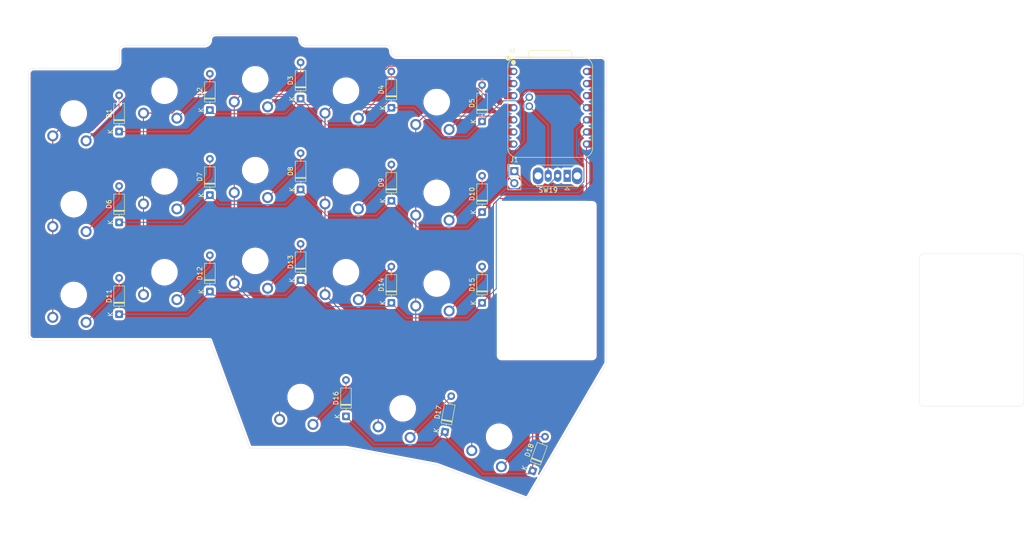
<source format=kicad_pcb>
(kicad_pcb (version 20241229) (generator "pcbnew") (generator_version "9.0")
  (layers (0 "F.Cu" signal) (2 "B.Cu" signal) (13 "F.Paste" user) (15 "B.Paste" user) (5 "F.SilkS" user "F.Silkscreen") (7 "B.SilkS" user "B.Silkscreen") (1 "F.Mask" user) (3 "B.Mask" user) (25 "Edge.Cuts" user))
  (net 0 "")
  (net 1 "Net-(D1-A)")
  (net 2 "Row 0")
  (net 3 "Net-(D2-A)")
  (net 4 "Net-(D3-A)")
  (net 5 "Net-(D4-A)")
  (net 6 "Net-(D5-A)")
  (net 7 "Net-(D6-A)")
  (net 8 "Row 1")
  (net 9 "Net-(D7-A)")
  (net 10 "Net-(D8-A)")
  (net 11 "Net-(D9-A)")
  (net 12 "Net-(D10-A)")
  (net 13 "Row 2")
  (net 14 "Net-(D11-A)")
  (net 15 "Net-(D12-A)")
  (net 16 "Net-(D13-A)")
  (net 17 "Net-(D14-A)")
  (net 18 "Net-(D15-A)")
  (net 19 "Row 3")
  (net 20 "Net-(D16-A)")
  (net 21 "Net-(D17-A)")
  (net 22 "Net-(D18-A)")
  (net 23 "GND")
  (net 24 "+5V")
  (net 25 "Net-(J1-Pin_1)")
  (net 26 "B-")
  (net 27 "Column 0")
  (net 28 "Column 1")
  (net 29 "Column 2")
  (net 30 "Column 3")
  (net 31 "Column 4")
  (net 33 "B+")
  (net 34 "+3V3")
  (footprint "Diode_THT:D_DO-35_SOD27_P7.62mm_Horizontal" (layer "F.Cu") (at 123.4625 92.216875 90)
    (property "Reference" "D14" (at 3.81 -2.119999 90) (layer "F.SilkS"))
    (property "Value" "1N4148")
    (fp_text user "K" (at -0.000002 -1.800001 90) (layer "F.SilkS"))
    (pad "1" thru_hole roundrect (at 0 0 90) (size 1.6 1.6) (drill 0.8) (layers "*.Cu" "*.Mask") (roundrect_rratio 0.15625) (net 13 "Row 2"))
    (pad "2" thru_hole circle (at 7.62 0 90) (size 1.6 1.6) (drill 0.8) (layers "*.Cu" "*.Mask") (net 17 "Net-(D14-A)"))
  )
  (footprint "KS33 Solderable:Gateron-KS33-Solderable-1U" (layer "F.Cu") (at 75.8375 47.6875)
    (property "Reference" "SW2")
    (property "Value" "SW_Push_45deg")
    (pad "" np_thru_hole circle (at 0 0 180) (size 5.1 5.1) (drill 5.1) (layers "*.Cu" "*.Mask"))
    (pad "1" thru_hole circle (at -4.4 4.7 180) (size 2.3 2.3) (drill 1.45) (layers "*.Cu" "B.Mask") (net 28 "Column 1"))
    (pad "2" thru_hole circle (at 2.6 5.75 180) (size 2.3 2.3) (drill 1.45) (layers "*.Cu" "B.Mask") (net 3 "Net-(D2-A)"))
  )
  (footprint "Diode_THT:D_DO-35_SOD27_P7.62mm_Horizontal" (layer "F.Cu") (at 66.3125 56.26 90)
    (property "Reference" "D1" (at 3.81 -2.119999 90) (layer "F.SilkS"))
    (property "Value" "1N4148")
    (fp_text user "K" (at -0.000002 -1.800001 90) (layer "F.SilkS"))
    (pad "1" thru_hole roundrect (at 0 0 90) (size 1.6 1.6) (drill 0.8) (layers "*.Cu" "*.Mask") (roundrect_rratio 0.15625) (net 2 "Row 0"))
    (pad "2" thru_hole circle (at 7.62 0 90) (size 1.6 1.6) (drill 0.8) (layers "*.Cu" "*.Mask") (net 1 "Net-(D1-A)"))
  )
  (footprint "KS33 Solderable:Gateron-KS33-Solderable-1U" (layer "F.Cu") (at 94.8875 83.40625)
    (property "Reference" "SW13")
    (property "Value" "SW_Push_45deg")
    (pad "" np_thru_hole circle (at 0 0 180) (size 5.1 5.1) (drill 5.1) (layers "*.Cu" "*.Mask"))
    (pad "1" thru_hole circle (at -4.4 4.7 180) (size 2.3 2.3) (drill 1.45) (layers "*.Cu" "B.Mask") (net 29 "Column 2"))
    (pad "2" thru_hole circle (at 2.6 5.75 180) (size 2.3 2.3) (drill 1.45) (layers "*.Cu" "B.Mask") (net 16 "Net-(D13-A)"))
  )
  (footprint "KS33 Solderable:Gateron-KS33-Solderable-1U" (layer "F.Cu") (at 125.84375 114.3625 -10)
    (property "Reference" "SW17")
    (property "Value" "SW_Push_45deg")
    (pad "" np_thru_hole circle (at 0 0 170) (size 5.1 5.1) (drill 5.1) (layers "*.Cu" "*.Mask"))
    (pad "1" thru_hole circle (at -4.400002 4.7 170) (size 2.3 2.3) (drill 1.45) (layers "*.Cu" "B.Mask") (net 30 "Column 3"))
    (pad "2" thru_hole circle (at 2.6 5.75 170) (size 2.3 2.3) (drill 1.45) (layers "*.Cu" "B.Mask") (net 21 "Net-(D17-A)"))
  )
  (footprint "KS33 Solderable:Gateron-KS33-Solderable-1U" (layer "F.Cu") (at 94.8875 45.30625)
    (property "Reference" "SW3")
    (property "Value" "SW_Push_45deg")
    (pad "" np_thru_hole circle (at 0 0 180) (size 5.1 5.1) (drill 5.1) (layers "*.Cu" "*.Mask"))
    (pad "1" thru_hole circle (at -4.4 4.7 180) (size 2.3 2.3) (drill 1.45) (layers "*.Cu" "B.Mask") (net 29 "Column 2"))
    (pad "2" thru_hole circle (at 2.6 5.75 180) (size 2.3 2.3) (drill 1.45) (layers "*.Cu" "B.Mask") (net 4 "Net-(D3-A)"))
  )
  (footprint "Diode_THT:D_DO-35_SOD27_P7.62mm_Horizontal" (layer "F.Cu") (at 85.3625 51.735625 90)
    (property "Reference" "D2" (at 3.81 -2.119999 90) (layer "F.SilkS"))
    (property "Value" "1N4148")
    (fp_text user "K" (at -0.000002 -1.800001 90) (layer "F.SilkS"))
    (pad "1" thru_hole roundrect (at 0 0 90) (size 1.6 1.6) (drill 0.8) (layers "*.Cu" "*.Mask") (roundrect_rratio 0.15625) (net 2 "Row 0"))
    (pad "2" thru_hole circle (at 7.62 0 90) (size 1.6 1.6) (drill 0.8) (layers "*.Cu" "*.Mask") (net 3 "Net-(D2-A)"))
  )
  (footprint "Diode_THT:D_DO-35_SOD27_P7.62mm_Horizontal" (layer "F.Cu") (at 85.3625 89.835625 90)
    (property "Reference" "D12" (at 3.81 -2.119999 90) (layer "F.SilkS"))
    (property "Value" "1N4148")
    (fp_text user "K" (at -0.000002 -1.800001 90) (layer "F.SilkS"))
    (pad "1" thru_hole roundrect (at 0 0 90) (size 1.6 1.6) (drill 0.8) (layers "*.Cu" "*.Mask") (roundrect_rratio 0.15625) (net 13 "Row 2"))
    (pad "2" thru_hole circle (at 7.62 0 90) (size 1.6 1.6) (drill 0.8) (layers "*.Cu" "*.Mask") (net 15 "Net-(D12-A)"))
  )
  (footprint "KS33 Solderable:Gateron-KS33-Solderable-1U" (layer "F.Cu") (at 132.9875 69.11875)
    (property "Reference" "SW10")
    (property "Value" "SW_Push_45deg")
    (pad "" np_thru_hole circle (at 0 0 180) (size 5.1 5.1) (drill 5.1) (layers "*.Cu" "*.Mask"))
    (pad "1" thru_hole circle (at -4.4 4.7 180) (size 2.3 2.3) (drill 1.45) (layers "*.Cu" "B.Mask") (net 31 "Column 4"))
    (pad "2" thru_hole circle (at 2.6 5.75 180) (size 2.3 2.3) (drill 1.45) (layers "*.Cu" "B.Mask") (net 12 "Net-(D10-A)"))
  )
  (footprint "Diode_THT:D_DO-35_SOD27_P7.62mm_Horizontal" (layer "F.Cu") (at 113.9375 116.029375 90)
    (property "Reference" "D16" (at 3.81 -2.119999 90) (layer "F.SilkS"))
    (property "Value" "1N4148")
    (fp_text user "K" (at -0.000002 -1.800001 90) (layer "F.SilkS"))
    (pad "1" thru_hole roundrect (at 0 0 90) (size 1.6 1.6) (drill 0.8) (layers "*.Cu" "*.Mask") (roundrect_rratio 0.15625) (net 19 "Row 3"))
    (pad "2" thru_hole circle (at 7.62 0 90) (size 1.6 1.6) (drill 0.8) (layers "*.Cu" "*.Mask") (net 20 "Net-(D16-A)"))
  )
  (footprint "KS33 Solderable:Gateron-KS33-Solderable-1U" (layer "F.Cu") (at 132.9875 88.16875)
    (property "Reference" "SW15")
    (property "Value" "SW_Push_45deg")
    (pad "" np_thru_hole circle (at 0 0 180) (size 5.1 5.1) (drill 5.1) (layers "*.Cu" "*.Mask"))
    (pad "1" thru_hole circle (at -4.4 4.7 180) (size 2.3 2.3) (drill 1.45) (layers "*.Cu" "B.Mask") (net 31 "Column 4"))
    (pad "2" thru_hole circle (at 2.6 5.75 180) (size 2.3 2.3) (drill 1.45) (layers "*.Cu" "B.Mask") (net 18 "Net-(D15-A)"))
  )
  (footprint "KS33 Solderable:Gateron-KS33-Solderable-1U" (layer "F.Cu") (at 113.9375 47.6875)
    (property "Reference" "SW4")
    (property "Value" "SW_Push_45deg")
    (pad "" np_thru_hole circle (at 0 0 180) (size 5.1 5.1) (drill 5.1) (layers "*.Cu" "*.Mask"))
    (pad "1" thru_hole circle (at -4.4 4.7 180) (size 2.3 2.3) (drill 1.45) (layers "*.Cu" "B.Mask") (net 30 "Column 3"))
    (pad "2" thru_hole circle (at 2.6 5.75 180) (size 2.3 2.3) (drill 1.45) (layers "*.Cu" "B.Mask") (net 5 "Net-(D4-A)"))
  )
  (footprint "Diode_THT:D_DO-35_SOD27_P7.62mm_Horizontal" (layer "F.Cu") (at 104.4125 68.404375 90)
    (property "Reference" "D8" (at 3.81 -2.119999 90) (layer "F.SilkS"))
    (property "Value" "1N4148")
    (fp_text user "K" (at -0.000002 -1.800001 90) (layer "F.SilkS"))
    (pad "1" thru_hole roundrect (at 0 0 90) (size 1.6 1.6) (drill 0.8) (layers "*.Cu" "*.Mask") (roundrect_rratio 0.15625) (net 8 "Row 1"))
    (pad "2" thru_hole circle (at 7.62 0 90) (size 1.6 1.6) (drill 0.8) (layers "*.Cu" "*.Mask") (net 10 "Net-(D8-A)"))
  )
  (footprint "Diode_THT:D_DO-35_SOD27_P7.62mm_Horizontal" (layer "F.Cu") (at 142.5125 54.116875 90)
    (property "Reference" "D5" (at 3.81 -2.119999 90) (layer "F.SilkS"))
    (property "Value" "1N4148")
    (fp_text user "K" (at -0.000002 -1.800001 90) (layer "F.SilkS"))
    (pad "1" thru_hole roundrect (at 0 0 90) (size 1.6 1.6) (drill 0.8) (layers "*.Cu" "*.Mask") (roundrect_rratio 0.15625) (net 2 "Row 0"))
    (pad "2" thru_hole circle (at 7.62 0 90) (size 1.6 1.6) (drill 0.8) (layers "*.Cu" "*.Mask") (net 6 "Net-(D5-A)"))
  )
  (footprint "Diode_THT:D_DO-35_SOD27_P7.62mm_Horizontal" (layer "F.Cu") (at 123.4625 70.785625 90)
    (property "Reference" "D9" (at 3.81 -2.119999 90) (layer "F.SilkS"))
    (property "Value" "1N4148")
    (fp_text user "K" (at -0.000002 -1.800001 90) (layer "F.SilkS"))
    (pad "1" thru_hole roundrect (at 0 0 90) (size 1.6 1.6) (drill 0.8) (layers "*.Cu" "*.Mask") (roundrect_rratio 0.15625) (net 8 "Row 1"))
    (pad "2" thru_hole circle (at 7.62 0 90) (size 1.6 1.6) (drill 0.8) (layers "*.Cu" "*.Mask") (net 11 "Net-(D9-A)"))
  )
  (footprint "Diode_THT:D_DO-35_SOD27_P7.62mm_Horizontal" (layer "F.Cu") (at 66.3125 75.31 90)
    (property "Reference" "D6" (at 3.81 -2.119999 90) (layer "F.SilkS"))
    (property "Value" "1N4148")
    (fp_text user "K" (at -0.000002 -1.800001 90) (layer "F.SilkS"))
    (pad "1" thru_hole roundrect (at 0 0 90) (size 1.6 1.6) (drill 0.8) (layers "*.Cu" "*.Mask") (roundrect_rratio 0.15625) (net 8 "Row 1"))
    (pad "2" thru_hole circle (at 7.62 0 90) (size 1.6 1.6) (drill 0.8) (layers "*.Cu" "*.Mask") (net 7 "Net-(D6-A)"))
  )
  (footprint "xiao:XIAO-nRF52840-DIP-Batt" (layer "F.Cu") (at 156.8 51.259375)
    (property "Reference" "U2" (at -8 -12 0) (layer "F.SilkS") (effects (font (size 0.635 0.635) (thickness 0.1016))))
    (property "Value" "XIAO-nRF52840-SMD")
    (pad "1" smd roundrect (at -8.455 -7.62 180) (size 2.432 1.524) (layers "F.Cu" "F.Mask") (roundrect_rratio 0.1) (net 27 "Column 0"))
    (pad "1" thru_hole circle (at -7.62 -7.62 180) (size 1.524 1.524) (drill 0.889) (layers "*.Cu" "*.Mask") (net 27 "Column 0"))
    (pad "2" smd roundrect (at -8.455 -5.08 180) (size 2.432 1.524) (layers "F.Cu" "F.Mask") (roundrect_rratio 0.1) (net 28 "Column 1"))
    (pad "2" thru_hole circle (at -7.62 -5.08 180) (size 1.524 1.524) (drill 0.889) (layers "*.Cu" "*.Mask") (net 28 "Column 1"))
    (pad "3" smd roundrect (at -8.455 -2.54 180) (size 2.432 1.524) (layers "F.Cu" "F.Mask") (roundrect_rratio 0.1) (net 29 "Column 2"))
    (pad "3" thru_hole circle (at -7.62 -2.54 180) (size 1.524 1.524) (drill 0.889) (layers "*.Cu" "*.Mask") (net 29 "Column 2"))
    (pad "4" smd roundrect (at -8.455 0 180) (size 2.432 1.524) (layers "F.Cu" "F.Mask") (roundrect_rratio 0.1) (net 30 "Column 3"))
    (pad "4" thru_hole circle (at -7.62 0 180) (size 1.524 1.524) (drill 0.889) (layers "*.Cu" "*.Mask") (net 30 "Column 3"))
    (pad "5" smd roundrect (at -8.455 2.54 180) (size 2.432 1.524) (layers "F.Cu" "F.Mask") (roundrect_rratio 0.1) (net 31 "Column 4"))
    (pad "5" thru_hole circle (at -7.62 2.54 180) (size 1.524 1.524) (drill 0.889) (layers "*.Cu" "*.Mask") (net 31 "Column 4"))
    (pad "6" smd roundrect (at -8.455 5.08 180) (size 2.432 1.524) (layers "F.Cu" "F.Mask") (roundrect_rratio 0.1))
    (pad "6" thru_hole circle (at -7.62 5.08 180) (size 1.524 1.524) (drill 0.889) (layers "*.Cu" "*.Mask"))
    (pad "7" smd roundrect (at -8.455 7.62 180) (size 2.432 1.524) (layers "F.Cu" "F.Mask") (roundrect_rratio 0.1))
    (pad "7" thru_hole circle (at -7.62 7.62 180) (size 1.524 1.524) (drill 0.889) (layers "*.Cu" "*.Mask"))
    (pad "8" thru_hole circle (at 7.62 7.62) (size 1.524 1.524) (drill 0.889) (layers "*.Cu" "*.Mask") (net 19 "Row 3"))
    (pad "8" smd roundrect (at 8.455 7.62) (size 2.432 1.524) (layers "F.Cu" "F.Mask") (roundrect_rratio 0.1) (net 19 "Row 3"))
    (pad "9" thru_hole circle (at 7.62 5.08) (size 1.524 1.524) (drill 0.889) (layers "*.Cu" "*.Mask") (net 13 "Row 2"))
    (pad "9" smd roundrect (at 8.455 5.08) (size 2.432 1.524) (layers "F.Cu" "F.Mask") (roundrect_rratio 0.1) (net 13 "Row 2"))
    (pad "10" thru_hole circle (at 7.62 2.54) (size 1.524 1.524) (drill 0.889) (layers "*.Cu" "*.Mask") (net 8 "Row 1"))
    (pad "10" smd roundrect (at 8.455 2.54) (size 2.432 1.524) (layers "F.Cu" "F.Mask") (roundrect_rratio 0.1) (net 8 "Row 1"))
    (pad "11" thru_hole circle (at 7.62 0) (size 1.524 1.524) (drill 0.889) (layers "*.Cu" "*.Mask") (net 2 "Row 0"))
    (pad "11" smd roundrect (at 8.455 0) (size 2.432 1.524) (layers "F.Cu" "F.Mask") (roundrect_rratio 0.1) (net 2 "Row 0"))
    (pad "12" thru_hole circle (at 7.62 -2.54) (size 1.524 1.524) (drill 0.889) (layers "*.Cu" "*.Mask") (net 34 "+3V3"))
    (pad "12" smd roundrect (at 8.455 -2.54) (size 2.432 1.524) (layers "F.Cu" "F.Mask") (roundrect_rratio 0.1) (net 34 "+3V3"))
    (pad "13" thru_hole circle (at 7.62 -5.08) (size 1.524 1.524) (drill 0.889) (layers "*.Cu" "*.Mask") (net 23 "GND"))
    (pad "13" smd roundrect (at 8.455 -5.08) (size 2.432 1.524) (layers "F.Cu" "F.Mask") (roundrect_rratio 0.1) (net 23 "GND"))
    (pad "14" thru_hole circle (at 7.62 -7.62) (size 1.524 1.524) (drill 0.889) (layers "*.Cu" "*.Mask") (net 24 "+5V"))
    (pad "14" smd roundrect (at 8.455 -7.62) (size 2.432 1.524) (layers "F.Cu" "F.Mask") (roundrect_rratio 0.1) (net 24 "+5V"))
    (pad "15" thru_hole circle (at -4.39 -0.317 180) (size 1.6 1.6) (drill 1) (layers "*.Cu" "*.Mask") (net 33 "B+"))
    (pad "16" thru_hole circle (at -4.39 -2.222 180) (size 1.6 1.6) (drill 1) (layers "*.Cu" "*.Mask") (net 26 "B-"))
  )
  (footprint "KS33 Solderable:Gateron-KS33-Solderable-1U" (layer "F.Cu") (at 75.8375 85.7875)
    (property "Reference" "SW12")
    (property "Value" "SW_Push_45deg")
    (pad "" np_thru_hole circle (at 0 0 180) (size 5.1 5.1) (drill 5.1) (layers "*.Cu" "*.Mask"))
    (pad "1" thru_hole circle (at -4.4 4.7 180) (size 2.3 2.3) (drill 1.45) (layers "*.Cu" "B.Mask") (net 28 "Column 1"))
    (pad "2" thru_hole circle (at 2.6 5.75 180) (size 2.3 2.3) (drill 1.45) (layers "*.Cu" "B.Mask") (net 15 "Net-(D12-A)"))
  )
  (footprint "KS33 Solderable:Gateron-KS33-Solderable-1U" (layer "F.Cu") (at 146.084375 120.315625 -20)
    (property "Reference" "SW18")
    (property "Value" "SW_Push_45deg")
    (pad "" np_thru_hole circle (at 0 0 160) (size 5.1 5.1) (drill 5.1) (layers "*.Cu" "*.Mask"))
    (pad "1" thru_hole circle (at -4.400001 4.7 160) (size 2.3 2.3) (drill 1.45) (layers "*.Cu" "B.Mask") (net 31 "Column 4"))
    (pad "2" thru_hole circle (at 2.6 5.75 160) (size 2.3 2.3) (drill 1.45) (layers "*.Cu" "B.Mask") (net 22 "Net-(D18-A)"))
  )
  (footprint "KS33 Solderable:Gateron-KS33-Solderable-1U" (layer "F.Cu") (at 113.9375 85.7875)
    (property "Reference" "SW14")
    (property "Value" "SW_Push_45deg")
    (pad "" np_thru_hole circle (at 0 0 180) (size 5.1 5.1) (drill 5.1) (layers "*.Cu" "*.Mask"))
    (pad "1" thru_hole circle (at -4.4 4.7 180) (size 2.3 2.3) (drill 1.45) (layers "*.Cu" "B.Mask") (net 30 "Column 3"))
    (pad "2" thru_hole circle (at 2.6 5.75 180) (size 2.3 2.3) (drill 1.45) (layers "*.Cu" "B.Mask") (net 17 "Net-(D14-A)"))
  )
  (footprint "Diode_THT:D_DO-35_SOD27_P7.62mm_Horizontal" (layer "F.Cu") (at 104.4125 49.354375 90)
    (property "Reference" "D3" (at 3.81 -2.119999 90) (layer "F.SilkS"))
    (property "Value" "1N4148")
    (fp_text user "K" (at -0.000002 -1.800001 90) (layer "F.SilkS"))
    (pad "1" thru_hole roundrect (at 0 0 90) (size 1.6 1.6) (drill 0.8) (layers "*.Cu" "*.Mask") (roundrect_rratio 0.15625) (net 2 "Row 0"))
    (pad "2" thru_hole circle (at 7.62 0 90) (size 1.6 1.6) (drill 0.8) (layers "*.Cu" "*.Mask") (net 4 "Net-(D3-A)"))
  )
  (footprint "Diode_THT:D_DO-35_SOD27_P7.62mm_Horizontal" (layer "F.Cu") (at 134.70715 119.305242 80)
    (property "Reference" "D17" (at 3.81 -2.119999 80) (layer "F.SilkS"))
    (property "Value" "1N4148")
    (fp_text user "K" (at -0.000002 -1.800001 80) (layer "F.SilkS"))
    (pad "1" thru_hole roundrect (at 0 0 80) (size 1.6 1.6) (drill 0.8) (layers "*.Cu" "*.Mask") (roundrect_rratio 0.15625) (net 19 "Row 3"))
    (pad "2" thru_hole circle (at 7.62 0 80) (size 1.6 1.6) (drill 0.8) (layers "*.Cu" "*.Mask") (net 21 "Net-(D17-A)"))
  )
  (footprint "KS33 Solderable:Gateron-KS33-Solderable-1U" (layer "F.Cu") (at 75.8375 66.7375)
    (property "Reference" "SW7")
    (property "Value" "SW_Push_45deg")
    (pad "" np_thru_hole circle (at 0 0 180) (size 5.1 5.1) (drill 5.1) (layers "*.Cu" "*.Mask"))
    (pad "1" thru_hole circle (at -4.4 4.7 180) (size 2.3 2.3) (drill 1.45) (layers "*.Cu" "B.Mask") (net 28 "Column 1"))
    (pad "2" thru_hole circle (at 2.6 5.75 180) (size 2.3 2.3) (drill 1.45) (layers "*.Cu" "B.Mask") (net 9 "Net-(D7-A)"))
  )
  (footprint "KS33 Solderable:Gateron-KS33-Solderable-1U" (layer "F.Cu") (at 113.9375 66.7375)
    (property "Reference" "SW9")
    (property "Value" "SW_Push_45deg")
    (pad "" np_thru_hole circle (at 0 0 180) (size 5.1 5.1) (drill 5.1) (layers "*.Cu" "*.Mask"))
    (pad "1" thru_hole circle (at -4.4 4.7 180) (size 2.3 2.3) (drill 1.45) (layers "*.Cu" "B.Mask") (net 30 "Column 3"))
    (pad "2" thru_hole circle (at 2.6 5.75 180) (size 2.3 2.3) (drill 1.45) (layers "*.Cu" "B.Mask") (net 11 "Net-(D9-A)"))
  )
  (footprint "Diode_THT:D_DO-35_SOD27_P7.62mm_Horizontal" (layer "F.Cu") (at 153.115653 127.467728 70)
    (property "Reference" "D18" (at 3.810002 -2.12 70) (layer "F.SilkS"))
    (property "Value" "1N4148")
    (fp_text user "K" (at -0.000002 -1.800001 70) (layer "F.SilkS"))
    (pad "1" thru_hole roundrect (at 0 0 70) (size 1.6 1.6) (drill 0.8) (layers "*.Cu" "*.Mask") (roundrect_rratio 0.15625) (net 19 "Row 3"))
    (pad "2" thru_hole circle (at 7.62 -0.000001 70) (size 1.6 1.6) (drill 0.8) (layers "*.Cu" "*.Mask") (net 22 "Net-(D18-A)"))
  )
  (footprint "Diode_THT:D_DO-35_SOD27_P7.62mm_Horizontal" (layer "F.Cu") (at 85.3625 69.595 90)
    (property "Reference" "D7" (at 3.81 -2.119999 90) (layer "F.SilkS"))
    (property "Value" "1N4148")
    (fp_text user "K" (at -0.000002 -1.800001 90) (layer "F.SilkS"))
    (pad "1" thru_hole roundrect (at 0 0 90) (size 1.6 1.6) (drill 0.8) (layers "*.Cu" "*.Mask") (roundrect_rratio 0.15625) (net 8 "Row 1"))
    (pad "2" thru_hole circle (at 7.62 0 90) (size 1.6 1.6) (drill 0.8) (layers "*.Cu" "*.Mask") (net 9 "Net-(D7-A)"))
  )
  (footprint "Diode_THT:D_DO-35_SOD27_P7.62mm_Horizontal" (layer "F.Cu") (at 66.3125 94.598125 90)
    (property "Reference" "D11" (at 3.81 -2.119999 90) (layer "F.SilkS"))
    (property "Value" "1N4148")
    (fp_text user "K" (at -0.000002 -1.800001 90) (layer "F.SilkS"))
    (pad "1" thru_hole roundrect (at 0 0 90) (size 1.6 1.6) (drill 0.8) (layers "*.Cu" "*.Mask") (roundrect_rratio 0.15625) (net 13 "Row 2"))
    (pad "2" thru_hole circle (at 7.62 0 90) (size 1.6 1.6) (drill 0.8) (layers "*.Cu" "*.Mask") (net 14 "Net-(D11-A)"))
  )
  (footprint "Diode_THT:D_DO-35_SOD27_P7.62mm_Horizontal" (layer "F.Cu") (at 142.5125 92.216875 90)
    (property "Reference" "D15" (at 3.81 -2.119999 90) (layer "F.SilkS"))
    (property "Value" "1N4148")
    (fp_text user "K" (at -0.000002 -1.800001 90) (layer "F.SilkS"))
    (pad "1" thru_hole roundrect (at 0 0 90) (size 1.6 1.6) (drill 0.8) (layers "*.Cu" "*.Mask") (roundrect_rratio 0.15625) (net 13 "Row 2"))
    (pad "2" thru_hole circle (at 7.62 0 90) (size 1.6 1.6) (drill 0.8) (layers "*.Cu" "*.Mask") (net 18 "Net-(D15-A)"))
  )
  (footprint "KS33 Solderable:Gateron-KS33-Solderable-1U" (layer "F.Cu") (at 94.8875 64.35625)
    (property "Reference" "SW8")
    (property "Value" "SW_Push_45deg")
    (pad "" np_thru_hole circle (at 0 0 180) (size 5.1 5.1) (drill 5.1) (layers "*.Cu" "*.Mask"))
    (pad "1" thru_hole circle (at -4.4 4.7 180) (size 2.3 2.3) (drill 1.45) (layers "*.Cu" "B.Mask") (net 29 "Column 2"))
    (pad "2" thru_hole circle (at 2.6 5.75 180) (size 2.3 2.3) (drill 1.45) (layers "*.Cu" "B.Mask") (net 10 "Net-(D8-A)"))
  )
  (footprint "Connector_PinHeader_2.54mm:PinHeader_1x02_P2.54mm_Vertical" (layer "F.Cu") (at 149.275003 64.546874)
    (property "Reference" "J1" (at 0 -2.38 0) (layer "F.SilkS"))
    (property "Value" "Conn_01x02_Pin")
    (pad "1" thru_hole rect (at 0 0) (size 1.7 1.7) (drill 1) (layers "*.Cu" "*.Mask") (net 25 "Net-(J1-Pin_1)"))
    (pad "2" thru_hole circle (at 0 2.54) (size 1.7 1.7) (drill 1) (layers "*.Cu" "*.Mask") (net 26 "B-"))
  )
  (footprint "Diode_THT:D_DO-35_SOD27_P7.62mm_Horizontal" (layer "F.Cu") (at 104.4125 87.454375 90)
    (property "Reference" "D13" (at 3.81 -2.119999 90) (layer "F.SilkS"))
    (property "Value" "1N4148")
    (fp_text user "K" (at -0.000002 -1.800001 90) (layer "F.SilkS"))
    (pad "1" thru_hole roundrect (at 0 0 90) (size 1.6 1.6) (drill 0.8) (layers "*.Cu" "*.Mask") (roundrect_rratio 0.15625) (net 13 "Row 2"))
    (pad "2" thru_hole circle (at 7.62 0 90) (size 1.6 1.6) (drill 0.8) (layers "*.Cu" "*.Mask") (net 16 "Net-(D13-A)"))
  )
  (footprint "Button_Switch_THT:SW_Slide_SPDT_Straight_CK_OS102011MS2Q" (layer "F.Cu") (at 160.371875 65.546875 180)
    (property "Reference" "SW19" (at 3.99 -2.99 0) (layer "F.SilkS"))
    (property "Value" "SW_SPDT")
    (pad "" thru_hole oval (at -2.1 0 180) (size 2.2 3.5) (drill 1.5) (layers "*.Cu" "*.Mask"))
    (pad "" thru_hole oval (at 6.1 0 180) (size 2.2 3.5) (drill 1.5) (layers "*.Cu" "*.Mask"))
    (pad "1" thru_hole rect (at 0 0 180) (size 1.5 2.5) (drill 0.8) (layers "*.Cu" "*.Mask"))
    (pad "2" thru_hole oval (at 2.000003 0.000001 180) (size 1.5 2.5) (drill 0.8) (layers "*.Cu" "*.Mask") (net 25 "Net-(J1-Pin_1)"))
    (pad "3" thru_hole oval (at 4 0 180) (size 1.5 2.5) (drill 0.8) (layers "*.Cu" "*.Mask") (net 33 "B+"))
  )
  (footprint "KS33 Solderable:Gateron-KS33-Solderable-1U" (layer "F.Cu") (at 56.7875 90.55)
    (property "Reference" "SW11")
    (property "Value" "SW_Push_45deg")
    (pad "" np_thru_hole circle (at 0 0 180) (size 5.1 5.1) (drill 5.1) (layers "*.Cu" "*.Mask"))
    (pad "1" thru_hole circle (at -4.4 4.7 180) (size 2.3 2.3) (drill 1.45) (layers "*.Cu" "B.Mask") (net 27 "Column 0"))
    (pad "2" thru_hole circle (at 2.6 5.75 180) (size 2.3 2.3) (drill 1.45) (layers "*.Cu" "B.Mask") (net 14 "Net-(D11-A)"))
  )
  (footprint "KS33 Solderable:Gateron-KS33-Solderable-1U" (layer "F.Cu") (at 56.7875 52.45)
    (property "Reference" "SW1")
    (property "Value" "SW_Push_45deg")
    (pad "" np_thru_hole circle (at 0 0 180) (size 5.1 5.1) (drill 5.1) (layers "*.Cu" "*.Mask"))
    (pad "1" thru_hole circle (at -4.4 4.7 180) (size 2.3 2.3) (drill 1.45) (layers "*.Cu" "B.Mask") (net 27 "Column 0"))
    (pad "2" thru_hole circle (at 2.6 5.75 180) (size 2.3 2.3) (drill 1.45) (layers "*.Cu" "B.Mask") (net 1 "Net-(D1-A)"))
  )
  (footprint "KS33 Solderable:Gateron-KS33-Solderable-1U" (layer "F.Cu") (at 56.7875 71.5)
    (property "Reference" "SW6")
    (property "Value" "SW_Push_45deg")
    (pad "" np_thru_hole circle (at 0 0 180) (size 5.1 5.1) (drill 5.1) (layers "*.Cu" "*.Mask"))
    (pad "1" thru_hole circle (at -4.4 4.7 180) (size 2.3 2.3) (drill 1.45) (layers "*.Cu" "B.Mask") (net 27 "Column 0"))
    (pad "2" thru_hole circle (at 2.6 5.75 180) (size 2.3 2.3) (drill 1.45) (layers "*.Cu" "B.Mask") (net 7 "Net-(D6-A)"))
  )
  (footprint "KS33 Solderable:Gateron-KS33-Solderable-1U" (layer "F.Cu") (at 104.4125 111.98125)
    (property "Reference" "SW16")
    (property "Value" "SW_Push_45deg")
    (pad "" np_thru_hole circle (at 0 0 180) (size 5.1 5.1) (drill 5.1) (layers "*.Cu" "*.Mask"))
    (pad "1" thru_hole circle (at -4.4 4.7 180) (size 2.3 2.3) (drill 1.45) (layers "*.Cu" "B.Mask") (net 29 "Column 2"))
    (pad "2" thru_hole circle (at 2.6 5.75 180) (size 2.3 2.3) (drill 1.45) (layers "*.Cu" "B.Mask") (net 20 "Net-(D16-A)"))
  )
  (footprint "Diode_THT:D_DO-35_SOD27_P7.62mm_Horizontal" (layer "F.Cu") (at 142.5125 73.166875 90)
    (property "Reference" "D10" (at 3.81 -2.119999 90) (layer "F.SilkS"))
    (property "Value" "1N4148")
    (fp_text user "K" (at -0.000002 -1.800001 90) (layer "F.SilkS"))
    (pad "1" thru_hole roundrect (at 0 0 90) (size 1.6 1.6) (drill 0.8) (layers "*.Cu" "*.Mask") (roundrect_rratio 0.15625) (net 8 "Row 1"))
    (pad "2" thru_hole circle (at 7.62 0 90) (size 1.6 1.6) (drill 0.8) (layers "*.Cu" "*.Mask") (net 12 "Net-(D10-A)"))
  )
  (footprint "Diode_THT:D_DO-35_SOD27_P7.62mm_Horizontal" (layer "F.Cu") (at 123.4625 51.259375 90)
    (property "Reference" "D4" (at 3.81 -2.119999 90) (layer "F.SilkS"))
    (property "Value" "1N4148")
    (fp_text user "K" (at -0.000002 -1.800001 90) (layer "F.SilkS"))
    (pad "1" thru_hole roundrect (at 0 0 90) (size 1.6 1.6) (drill 0.8) (layers "*.Cu" "*.Mask") (roundrect_rratio 0.15625) (net 2 "Row 0"))
    (pad "2" thru_hole circle (at 7.62 0 90) (size 1.6 1.6) (drill 0.8) (layers "*.Cu" "*.Mask") (net 5 "Net-(D4-A)"))
  )
  (footprint "KS33 Solderable:Gateron-KS33-Solderable-1U" (layer "F.Cu") (at 132.9875 50.06875)
    (property "Reference" "SW5")
    (property "Value" "SW_Push_45deg")
    (pad "" np_thru_hole circle (at 0 0 180) (size 5.1 5.1) (drill 5.1) (layers "*.Cu" "*.Mask"))
    (pad "1" thru_hole circle (at -4.4 4.7 180) (size 2.3 2.3) (drill 1.45) (layers "*.Cu" "B.Mask") (net 31 "Column 4"))
    (pad "2" thru_hole circle (at 2.6 5.75 180) (size 2.3 2.3) (drill 1.45) (layers "*.Cu" "B.Mask") (net 6 "Net-(D5-A)"))
  )
  (gr_line (start 47.2625 98.884375) (end 47.2625 44.115625) (stroke (width 0.05)) (layer "Edge.Cuts"))
  (gr_line (start 67.503125 38.1625) (end 84.171875 38.1625) (stroke (width 0.05)) (layer "Edge.Cuts"))
  (gr_arc (start 256.2625 112.925) (mid 255.969607 113.632107) (end 255.2625 113.925) (stroke (width 0.05)) (layer "Edge.Cuts"))
  (gr_arc (start 103.221875 35.78125) (mid 104.063767 36.129983) (end 104.4125 36.971875) (stroke (width 0.05)) (layer "Edge.Cuts"))
  (gr_arc (start 167.515625 40.54375) (mid 168.357549 40.892466) (end 168.70625 41.734375) (stroke (width 0.05)) (layer "Edge.Cuts"))
  (gr_line (start 105.603125 38.1625) (end 122.271875 38.1625) (stroke (width 0.05)) (layer "Edge.Cuts"))
  (gr_arc (start 105.603125 38.1625) (mid 104.761251 37.813764) (end 104.4125 36.971875) (stroke (width 0.05)) (layer "Edge.Cuts"))
  (gr_line (start 112.746875 122.696875) (end 93.696875 122.696875) (stroke (width 0.05)) (layer "Edge.Cuts"))
  (gr_line (start 48.453125 42.925) (end 65.121875 42.925) (stroke (width 0.05)) (layer "Edge.Cuts"))
  (gr_arc (start 235.2625 113.925) (mid 234.555393 113.632107) (end 234.2625 112.925) (stroke (width 0.05)) (layer "Edge.Cuts"))
  (gr_arc (start 47.2625 44.115625) (mid 47.611216 43.273701) (end 48.453125 42.925) (stroke (width 0.05)) (layer "Edge.Cuts"))
  (gr_line (start 86.553125 35.78125) (end 103.221875 35.78125) (stroke (width 0.05)) (layer "Edge.Cuts"))
  (gr_line (start 152.0375 133.4125) (end 168.70625 104.8375) (stroke (width 0.05)) (layer "Edge.Cuts"))
  (gr_line (start 112.746875 122.696875) (end 113.9375 122.696875) (stroke (width 0.05)) (layer "Edge.Cuts"))
  (gr_line (start 255.2625 81.925) (end 235.2625 81.925) (stroke (width 0.05)) (layer "Edge.Cuts"))
  (gr_line (start 66.3125 41.734375) (end 66.3125 39.353125) (stroke (width 0.05)) (layer "Edge.Cuts"))
  (gr_line (start 256.2625 112.925) (end 256.2625 82.925) (stroke (width 0.05)) (layer "Edge.Cuts"))
  (gr_line (start 168.70625 97.69375) (end 168.70625 104.8375) (stroke (width 0.05)) (layer "Edge.Cuts"))
  (gr_arc (start 85.3625 36.971875) (mid 85.013784 37.813799) (end 84.171875 38.1625) (stroke (width 0.05)) (layer "Edge.Cuts"))
  (gr_line (start 235.2625 113.925) (end 255.2625 113.925) (stroke (width 0.05)) (layer "Edge.Cuts"))
  (gr_arc (start 66.3125 39.353125) (mid 66.661216 38.511201) (end 67.503125 38.1625) (stroke (width 0.05)) (layer "Edge.Cuts"))
  (gr_arc (start 48.453125 100.075) (mid 47.611251 99.726264) (end 47.2625 98.884375) (stroke (width 0.05)) (layer "Edge.Cuts"))
  (gr_line (start 132.9875 126.26875) (end 113.9375 122.696875) (stroke (width 0.05)) (layer "Edge.Cuts"))
  (gr_line (start 124.653125 40.54375) (end 167.515625 40.54375) (stroke (width 0.05)) (layer "Edge.Cuts"))
  (gr_arc (start 255.2625 81.925) (mid 255.969607 82.217893) (end 256.2625 82.925) (stroke (width 0.05)) (layer "Edge.Cuts"))
  (gr_arc (start 85.3625 36.971875) (mid 85.711233 36.129983) (end 86.553125 35.78125) (stroke (width 0.05)) (layer "Edge.Cuts"))
  (gr_line (start 48.453125 100.075) (end 85.3625 100.075) (stroke (width 0.05)) (layer "Edge.Cuts"))
  (gr_line (start 168.70625 41.734375) (end 168.70625 97.69375) (stroke (width 0.05)) (layer "Edge.Cuts"))
  (gr_arc (start 124.653125 40.54375) (mid 123.811233 40.195017) (end 123.4625 39.353125) (stroke (width 0.05)) (layer "Edge.Cuts"))
  (gr_arc (start 234.2625 82.925) (mid 234.555393 82.217893) (end 235.2625 81.925) (stroke (width 0.05)) (layer "Edge.Cuts"))
  (gr_line (start 93.696875 122.696875) (end 85.3625 100.075) (stroke (width 0.05)) (layer "Edge.Cuts"))
  (gr_arc (start 122.271875 38.1625) (mid 123.113749 38.511236) (end 123.4625 39.353125) (stroke (width 0.05)) (layer "Edge.Cuts"))
  (gr_line (start 152.0375 133.4125) (end 132.9875 126.26875) (stroke (width 0.05)) (layer "Edge.Cuts"))
  (gr_line (start 234.2625 82.925) (end 234.2625 112.925) (stroke (width 0.05)) (layer "Edge.Cuts"))
  (gr_arc (start 66.3125 41.734375) (mid 65.963784 42.576299) (end 65.121875 42.925) (stroke (width 0.05)) (layer "Edge.Cuts"))
  (segment (start 59.3875 58.2) (end 66.3125 51.275) (width 0.2) (layer "B.Cu") (net 1))
  (segment (start 66.3125 51.275) (end 66.3125 48.64) (width 0.2) (layer "B.Cu") (net 1))
  (segment (start 134.235375 57.26975) (end 139.359625 57.26975) (width 0.2) (layer "B.Cu") (net 2))
  (segment (start 85.3625 51.735625) (end 86.134125 52.50725) (width 0.2) (layer "B.Cu") (net 2))
  (segment (start 109.946625 54.8885) (end 119.833375 54.8885) (width 0.2) (layer "B.Cu") (net 2))
  (segment (start 101.259625 52.50725) (end 104.4125 49.354375) (width 0.2) (layer "B.Cu") (net 2))
  (segment (start 123.4625 51.259375) (end 128.225 51.259375) (width 0.2) (layer "B.Cu") (net 2))
  (segment (start 119.833375 54.8885) (end 123.4625 51.259375) (width 0.2) (layer "B.Cu") (net 2))
  (segment (start 104.4125 49.354375) (end 109.946625 54.8885) (width 0.2) (layer "B.Cu") (net 2))
  (segment (start 150.10795 49.782375) (end 151.95395 47.936375) (width 0.2) (layer "B.Cu") (net 2))
  (segment (start 142.5125 54.116875) (end 146.847 49.782375) (width 0.2) (layer "B.Cu") (net 2))
  (segment (start 128.225 51.259375) (end 134.235375 57.26975) (width 0.2) (layer "B.Cu") (net 2))
  (segment (start 139.359625 57.26975) (end 142.5125 54.116875) (width 0.2) (layer "B.Cu") (net 2))
  (segment (start 66.3125 56.26) (end 80.838125 56.26) (width 0.2) (layer "B.Cu") (net 2))
  (segment (start 161.097 47.936375) (end 164.42 51.259375) (width 0.2) (layer "B.Cu") (net 2))
  (segment (start 86.134125 52.50725) (end 101.259625 52.50725) (width 0.2) (layer "B.Cu") (net 2))
  (segment (start 80.838125 56.26) (end 85.3625 51.735625) (width 0.2) (layer "B.Cu") (net 2))
  (segment (start 151.95395 47.936375) (end 161.097 47.936375) (width 0.2) (layer "B.Cu") (net 2))
  (segment (start 146.847 49.782375) (end 150.10795 49.782375) (width 0.2) (layer "B.Cu") (net 2))
  (segment (start 78.4375 53.4375) (end 85.3625 46.5125) (width 0.2) (layer "B.Cu") (net 3))
  (segment (start 85.3625 46.5125) (end 85.3625 44.115625) (width 0.2) (layer "B.Cu") (net 3))
  (segment (start 104.4125 44.13125) (end 104.4125 41.734375) (width 0.2) (layer "B.Cu") (net 4))
  (segment (start 97.4875 51.05625) (end 104.4125 44.13125) (width 0.2) (layer "B.Cu") (net 4))
  (segment (start 123.4625 46.5125) (end 123.4625 43.639375) (width 0.2) (layer "B.Cu") (net 5))
  (segment (start 116.5375 53.4375) (end 123.4625 46.5125) (width 0.2) (layer "B.Cu") (net 5))
  (segment (start 142.5125 48.89375) (end 142.5125 46.496875) (width 0.2) (layer "B.Cu") (net 6))
  (segment (start 135.5875 55.81875) (end 142.5125 48.89375) (width 0.2) (layer "B.Cu") (net 6))
  (segment (start 66.3125 70.325) (end 66.3125 67.69) (width 0.2) (layer "B.Cu") (net 7))
  (segment (start 59.3875 77.25) (end 66.3125 70.325) (width 0.2) (layer "B.Cu") (net 7))
  (segment (start 66.3125 75.31) (end 79.6475 75.31) (width 0.2) (layer "B.Cu") (net 8))
  (segment (start 163.872875 66.777188) (end 163.872875 63.09475) (width 0.2) (layer "B.Cu") (net 8))
  (segment (start 139.359625 76.31975) (end 142.5125 73.166875) (width 0.2) (layer "B.Cu") (net 8))
  (segment (start 142.5125 73.166875) (end 147.441501 68.237874) (width 0.2) (layer "B.Cu") (net 8))
  (segment (start 87.32475 71.55725) (end 101.259625 71.55725) (width 0.2) (layer "B.Cu") (net 8))
  (segment (start 120.309625 73.9385) (end 123.4625 70.785625) (width 0.2) (layer "B.Cu") (net 8))
  (segment (start 162.352125 61.574) (end 162.352125 55.86725) (width 0.2) (layer "B.Cu") (net 8))
  (segment (start 109.946625 73.9385) (end 120.309625 73.9385) (width 0.2) (layer "B.Cu") (net 8))
  (segment (start 162.412189 68.237874) (end 163.872875 66.777188) (width 0.2) (layer "B.Cu") (net 8))
  (segment (start 128.996625 76.31975) (end 139.359625 76.31975) (width 0.2) (layer "B.Cu") (net 8))
  (segment (start 147.441501 68.237874) (end 162.412189 68.237874) (width 0.2) (layer "B.Cu") (net 8))
  (segment (start 123.4625 70.785625) (end 128.996625 76.31975) (width 0.2) (layer "B.Cu") (net 8))
  (segment (start 162.352125 55.86725) (end 164.42 53.799375) (width 0.2) (layer "B.Cu") (net 8))
  (segment (start 101.259625 71.55725) (end 104.4125 68.404375) (width 0.2) (layer "B.Cu") (net 8))
  (segment (start 163.872875 63.09475) (end 162.352125 61.574) (width 0.2) (layer "B.Cu") (net 8))
  (segment (start 85.3625 69.595) (end 87.32475 71.55725) (width 0.2) (layer "B.Cu") (net 8))
  (segment (start 79.6475 75.31) (end 85.3625 69.595) (width 0.2) (layer "B.Cu") (net 8))
  (segment (start 104.4125 68.404375) (end 109.946625 73.9385) (width 0.2) (layer "B.Cu") (net 8))
  (segment (start 78.4375 72.4875) (end 85.3625 65.5625) (width 0.2) (layer "B.Cu") (net 9))
  (segment (start 85.3625 65.5625) (end 85.3625 61.975) (width 0.2) (layer "B.Cu") (net 9))
  (segment (start 97.4875 70.10625) (end 104.4125 63.18125) (width 0.2) (layer "B.Cu") (net 10))
  (segment (start 104.4125 63.18125) (end 104.4125 60.784375) (width 0.2) (layer "B.Cu") (net 10))
  (segment (start 123.4625 65.5625) (end 123.4625 63.165625) (width 0.2) (layer "B.Cu") (net 11))
  (segment (start 116.5375 72.4875) (end 123.4625 65.5625) (width 0.2) (layer "B.Cu") (net 11))
  (segment (start 142.5125 67.94375) (end 142.5125 65.546875) (width 0.2) (layer "B.Cu") (net 12))
  (segment (start 135.5875 74.86875) (end 142.5125 67.94375) (width 0.2) (layer "B.Cu") (net 12))
  (segment (start 162.753125 60.784375) (end 162.753125 58.00625) (width 0.2) (layer "B.Cu") (net 13))
  (segment (start 101.259625 90.60725) (end 86.134125 90.60725) (width 0.2) (layer "B.Cu") (net 13))
  (segment (start 145.489197 89.240178) (end 145.489197 70.904553) (width 0.2) (layer "B.Cu") (net 13))
  (segment (start 139.359625 95.36975) (end 126.615375 95.36975) (width 0.2) (layer "B.Cu") (net 13))
  (segment (start 109.946625 92.9885) (end 122.690875 92.9885) (width 0.2) (layer "B.Cu") (net 13))
  (segment (start 86.134125 90.60725) (end 85.3625 89.835625) (width 0.2) (layer "B.Cu") (net 13))
  (segment (start 165.134375 66.7375) (end 165.134375 63.165625) (width 0.2) (layer "B.Cu") (net 13))
  (segment (start 162.753125 58.00625) (end 164.42 56.339375) (width 0.2) (layer "B.Cu") (net 13))
  (segment (start 165.134375 63.165625) (end 162.753125 60.784375) (width 0.2) (layer "B.Cu") (net 13))
  (segment (start 147.275 69.11875) (end 162.753125 69.11875) (width 0.2) (layer "B.Cu") (net 13))
  (segment (start 142.5125 92.216875) (end 145.489197 89.240178) (width 0.2) (layer "B.Cu") (net 13))
  (segment (start 122.690875 92.9885) (end 123.4625 92.216875) (width 0.2) (layer "B.Cu") (net 13))
  (segment (start 85.3625 89.835625) (end 80.6 94.598125) (width 0.2) (layer "B.Cu") (net 13))
  (segment (start 162.753125 69.11875) (end 165.134375 66.7375) (width 0.2) (layer "B.Cu") (net 13))
  (segment (start 126.615375 95.36975) (end 123.4625 92.216875) (width 0.2) (layer "B.Cu") (net 13))
  (segment (start 104.4125 87.454375) (end 101.259625 90.60725) (width 0.2) (layer "B.Cu") (net 13))
  (segment (start 142.5125 92.216875) (end 139.359625 95.36975) (width 0.2) (layer "B.Cu") (net 13))
  (segment (start 145.489197 70.904553) (end 147.275 69.11875) (width 0.2) (layer "B.Cu") (net 13))
  (segment (start 104.4125 87.454375) (end 109.946625 92.9885) (width 0.2) (layer "B.Cu") (net 13))
  (segment (start 80.6 94.598125) (end 66.3125 94.598125) (width 0.2) (layer "B.Cu") (net 13))
  (segment (start 59.3875 96.3) (end 66.3125 89.375) (width 0.2) (layer "B.Cu") (net 14))
  (segment (start 66.3125 89.375) (end 66.3125 86.978125) (width 0.2) (layer "B.Cu") (net 14))
  (segment (start 85.3625 84.6125) (end 85.3625 82.215625) (width 0.2) (layer "B.Cu") (net 15))
  (segment (start 78.4375 91.5375) (end 85.3625 84.6125) (width 0.2) (layer "B.Cu") (net 15))
  (segment (start 104.4125 82.23125) (end 104.4125 79.834375) (width 0.2) (layer "B.Cu") (net 16))
  (segment (start 97.4875 89.15625) (end 104.4125 82.23125) (width 0.2) (layer "B.Cu") (net 16))
  (segment (start 116.5375 91.5375) (end 123.4625 84.6125) (width 0.2) (layer "B.Cu") (net 17))
  (segment (start 123.4625 86.99375) (end 123.4625 84.596875) (width 0.2) (layer "B.Cu") (net 17))
  (segment (start 123.4625 84.6125) (end 123.4625 84.596875) (width 0.2) (layer "B.Cu") (net 17))
  (segment (start 142.5125 86.99375) (end 142.5125 84.596875) (width 0.2) (layer "B.Cu") (net 18))
  (segment (start 135.5875 93.91875) (end 142.5125 86.99375) (width 0.2) (layer "B.Cu") (net 18))
  (segment (start 144.89375 104.8375) (end 144.89375 71.5) (width 0.2) (layer "F.Cu") (net 19))
  (segment (start 164.42 69.833125) (end 164.42 58.879375) (width 0.2) (layer "F.Cu") (net 19))
  (segment (start 153.115653 113.059403) (end 144.89375 104.8375) (width 0.2) (layer "F.Cu") (net 19))
  (segment (start 146.084375 70.309375) (end 163.94375 70.309375) (width 0.2) (layer "F.Cu") (net 19))
  (segment (start 153.115653 127.467728) (end 153.115653 113.059403) (width 0.2) (layer "F.Cu") (net 19))
  (segment (start 144.89375 71.5) (end 146.084375 70.309375) (width 0.2) (layer "F.Cu") (net 19))
  (segment (start 163.94375 70.309375) (end 164.42 69.833125) (width 0.2) (layer "F.Cu") (net 19))
  (segment (start 134.70715 120.117584) (end 142.681459 128.091893) (width 0.2) (layer "B.Cu") (net 19))
  (segment (start 132.084762 121.92763) (end 134.70715 119.305242) (width 0.2) (layer "B.Cu") (net 19))
  (segment (start 119.835755 121.92763) (end 132.084762 121.92763) (width 0.2) (layer "B.Cu") (net 19))
  (segment (start 142.681459 128.091893) (end 152.491488 128.091893) (width 0.2) (layer "B.Cu") (net 19))
  (segment (start 113.9375 116.029375) (end 119.835755 121.92763) (width 0.2) (layer "B.Cu") (net 19))
  (segment (start 152.491488 128.091893) (end 153.115653 127.467728) (width 0.2) (layer "B.Cu") (net 19))
  (segment (start 134.70715 119.305242) (end 134.70715 120.117584) (width 0.2) (layer "B.Cu") (net 19))
  (segment (start 113.9375 110.80625) (end 113.9375 108.409375) (width 0.2) (layer "B.Cu") (net 20))
  (segment (start 107.0125 117.73125) (end 113.9375 110.80625) (width 0.2) (layer "B.Cu") (net 20))
  (segment (start 136.030349 111.852054) (end 136.030349 111.801007) (width 0.2) (layer "B.Cu") (net 21))
  (segment (start 127.405773 120.47663) (end 136.030349 111.852054) (width 0.2) (layer "B.Cu") (net 21))
  (segment (start 146.56096 126.60811) (end 152.8618 120.30727) (width 0.2) (layer "B.Cu") (net 22))
  (segment (start 152.8618 120.30727) (end 155.721846 120.30727) (width 0.2) (layer "B.Cu") (net 22))
  (segment (start 158.371872 65.546874) (end 156.320871 67.597875) (width 0.2) (layer "B.Cu") (net 25))
  (segment (start 152.326004 67.597875) (end 149.275003 64.546874) (width 0.2) (layer "B.Cu") (net 25))
  (segment (start 156.320871 67.597875) (end 152.326004 67.597875) (width 0.2) (layer "B.Cu") (net 25))
  (segment (start 148.124003 65.935874) (end 148.124003 61.438682) (width 0.2) (layer "B.Cu") (net 26))
  (segment (start 151.309 50.138375) (end 152.41 49.037375) (width 0.2) (layer "B.Cu") (net 26))
  (segment (start 151.309 58.253685) (end 151.309 50.138375) (width 0.2) (layer "B.Cu") (net 26))
  (segment (start 149.275003 67.086874) (end 148.124003 65.935874) (width 0.2) (layer "B.Cu") (net 26))
  (segment (start 148.124003 61.438682) (end 151.309 58.253685) (width 0.2) (layer "B.Cu") (net 26))
  (segment (start 74.332274 42.40525) (end 96.089134 42.40525) (width 0.2) (layer "F.Cu") (net 27))
  (segment (start 123.00645 42.538375) (end 148.079 42.538375) (width 0.2) (layer "F.Cu") (net 27))
  (segment (start 96.089134 42.40525) (end 96.867209 43.183325) (width 0.2) (layer "F.Cu") (net 27))
  (segment (start 52.3875 57.15) (end 52.3875 95.25) (width 0.2) (layer "F.Cu") (net 27))
  (segment (start 52.3875 57.15) (end 53.5375 56) (width 0.2) (layer "F.Cu") (net 27))
  (segment (start 60.737524 56) (end 74.332274 42.40525) (width 0.2) (layer "F.Cu") (net 27))
  (segment (start 148.079 42.538375) (end 149.18 43.639375) (width 0.2) (layer "F.Cu") (net 27))
  (segment (start 53.5375 56) (end 60.737524 56) (width 0.2) (layer "F.Cu") (net 27))
  (segment (start 122.3615 43.183325) (end 123.00645 42.538375) (width 0.2) (layer "F.Cu") (net 27))
  (segment (start 96.867209 43.183325) (end 122.3615 43.183325) (width 0.2) (layer "F.Cu") (net 27))
  (segment (start 105.863065 44.7865) (end 147.787125 44.7865) (width 0.2) (layer "F.Cu") (net 28))
  (segment (start 77.435476 52.3875) (end 81.367726 48.45525) (width 0.2) (layer "F.Cu") (net 28))
  (segment (start 71.4375 52.3875) (end 77.435476 52.3875) (width 0.2) (layer "F.Cu") (net 28))
  (segment (start 71.4375 90.4875) (end 71.4375 52.3875) (width 0.2) (layer "F.Cu") (net 28))
  (segment (start 147.787125 44.7865) (end 149.18 46.179375) (width 0.2) (layer "F.Cu") (net 28))
  (segment (start 81.367726 48.45525) (end 102.194315 48.45525) (width 0.2) (layer "F.Cu") (net 28))
  (segment (start 102.194315 48.45525) (end 105.863065 44.7865) (width 0.2) (layer "F.Cu") (net 28))
  (segment (start 90.4875 88.10625) (end 100.0125 97.63125) (width 0.2) (layer "F.Cu") (net 29))
  (segment (start 90.4875 50.00625) (end 91.6375 48.85625) (width 0.2) (layer "F.Cu") (net 29))
  (segment (start 100.0125 97.63125) (end 100.0125 116.68125) (width 0.2) (layer "F.Cu") (net 29))
  (segment (start 90.4875 50.00625) (end 90.4875 88.10625) (width 0.2) (layer "F.Cu") (net 29))
  (segment (start 126.87274 45.395875) (end 145.0215 45.395875) (width 0.2) (layer "F.Cu") (net 29))
  (segment (start 121.680115 50.5885) (end 126.87274 45.395875) (width 0.2) (layer "F.Cu") (net 29))
  (segment (start 145.0215 45.395875) (end 148.345 48.719375) (width 0.2) (layer "F.Cu") (net 29))
  (segment (start 102.028215 48.85625) (end 103.760465 50.5885) (width 0.2) (layer "F.Cu") (net 29))
  (segment (start 103.760465 50.5885) (end 121.680115 50.5885) (width 0.2) (layer "F.Cu") (net 29))
  (segment (start 91.6375 48.85625) (end 102.028215 48.85625) (width 0.2) (layer "F.Cu") (net 29))
  (segment (start 121.598215 51.2375) (end 125.667965 47.16775) (width 0.2) (layer "F.Cu") (net 30))
  (segment (start 109.5375 52.3875) (end 110.6875 51.2375) (width 0.2) (layer "F.Cu") (net 30))
  (segment (start 120.694447 101.644447) (end 109.5375 90.4875) (width 0.2) (layer "F.Cu") (net 30))
  (segment (start 109.5375 90.4875) (end 109.5375 71.4375) (width 0.2) (layer "F.Cu") (net 30))
  (segment (start 120.694447 118.227044) (end 120.694447 101.644447) (width 0.2) (layer "F.Cu") (net 30))
  (segment (start 125.667965 47.16775) (end 141.626325 47.16775) (width 0.2) (layer "F.Cu") (net 30))
  (segment (start 109.5375 71.4375) (end 109.5375 52.3875) (width 0.2) (layer "F.Cu") (net 30))
  (segment (start 141.626325 47.16775) (end 145.71795 51.259375) (width 0.2) (layer "F.Cu") (net 30))
  (segment (start 110.6875 51.2375) (end 121.598215 51.2375) (width 0.2) (layer "F.Cu") (net 30))
  (segment (start 145.71795 51.259375) (end 149.18 51.259375) (width 0.2) (layer "F.Cu") (net 30))
  (segment (start 140.342232 118.145357) (end 140.342232 123.227291) (width 0.2) (layer "F.Cu") (net 31))
  (segment (start 148.3965 53.015875) (end 149.18 53.799375) (width 0.2) (layer "F.Cu") (net 31))
  (segment (start 128.5875 106.390625) (end 140.342232 118.145357) (width 0.2) (layer "F.Cu") (net 31))
  (segment (start 128.5875 92.86875) (end 128.5875 106.390625) (width 0.2) (layer "F.Cu") (net 31))
  (segment (start 128.5875 54.76875) (end 130.340375 53.015875) (width 0.2) (layer "F.Cu") (net 31))
  (segment (start 128.5875 54.76875) (end 128.5875 92.86875) (width 0.2) (layer "F.Cu") (net 31))
  (segment (start 130.340375 53.015875) (end 148.3965 53.015875) (width 0.2) (layer "F.Cu") (net 31))
  (segment (start 156.371875 54.90425) (end 152.41 50.942375) (width 0.2) (layer "B.Cu") (net 33))
  (segment (start 156.371875 65.546875) (end 156.371875 54.90425) (width 0.2) (layer "B.Cu") (net 33))
  (zone (net 0) (net_name "") (layers "F.Cu" "B.Cu") (connect_pads (clearance 0.5)) (min_thickness 0.25) (fill yes (thermal_gap 0.5) (thermal_bridge_width 0.5) (island_removal_mode 1) (island_area_min 10))
    (polygon (pts (xy 41.309375 35.78125) (xy 41.309375 106.028125) (xy 123.4625 141.746875) (xy 169.896875 135.79375) (xy 174.659375 53.640625) (xy 169.896875 34.590625) (xy 84.171875 28.6375)))
  )
)
</source>
